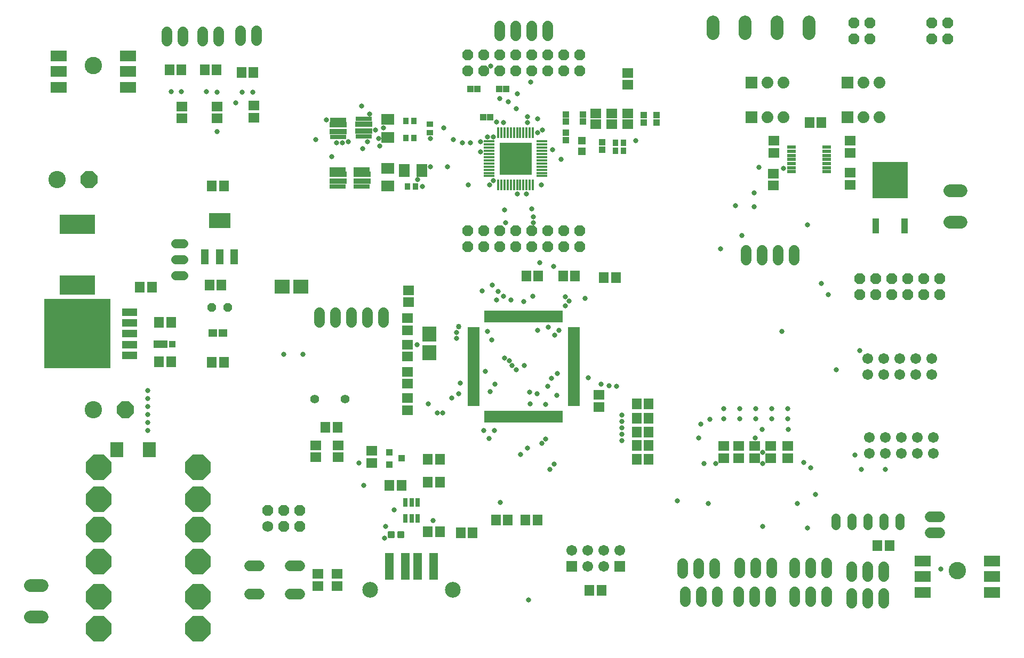
<source format=gbr>
G04 EAGLE Gerber RS-274X export*
G75*
%MOMM*%
%FSLAX34Y34*%
%LPD*%
%INSoldermask Top*%
%IPPOS*%
%AMOC8*
5,1,8,0,0,1.08239X$1,22.5*%
G01*
%ADD10R,1.703200X1.503200*%
%ADD11R,1.103200X1.053200*%
%ADD12R,1.053200X1.103200*%
%ADD13R,0.903200X1.103200*%
%ADD14R,1.503200X1.703200*%
%ADD15C,2.743200*%
%ADD16P,2.969212X8X22.500000*%
%ADD17R,1.203200X1.303200*%
%ADD18R,1.103200X0.903200*%
%ADD19P,1.869504X8X202.500000*%
%ADD20R,2.003200X2.403200*%
%ADD21R,2.203200X1.303200*%
%ADD22R,1.003200X1.003200*%
%ADD23C,1.703200*%
%ADD24C,1.727200*%
%ADD25P,4.343848X8X22.500000*%
%ADD26P,4.343848X8X202.500000*%
%ADD27C,1.993900*%
%ADD28R,1.653200X0.453200*%
%ADD29R,0.453200X1.653200*%
%ADD30R,5.203200X5.203200*%
%ADD31R,1.153200X2.353200*%
%ADD32R,3.453200X2.353200*%
%ADD33R,10.613200X11.003200*%
%ADD34R,2.362200X1.270000*%
%ADD35R,5.603200X3.103200*%
%ADD36R,2.403200X2.203200*%
%ADD37R,2.203200X2.403200*%
%ADD38P,1.539592X8X202.500000*%
%ADD39R,1.092200X2.387600*%
%ADD40R,5.664200X5.816600*%
%ADD41R,0.653200X0.723200*%
%ADD42R,2.723200X0.953200*%
%ADD43R,1.953200X0.723200*%
%ADD44R,1.103200X1.003200*%
%ADD45C,1.422400*%
%ADD46R,1.803200X2.006200*%
%ADD47R,2.006200X1.803200*%
%ADD48C,1.422400*%
%ADD49C,0.425956*%
%ADD50R,1.458200X1.309200*%
%ADD51C,1.727200*%
%ADD52P,1.869504X8X22.500000*%
%ADD53R,2.514600X1.803400*%
%ADD54C,2.755900*%
%ADD55C,1.703200*%
%ADD56R,1.703200X1.703200*%
%ADD57R,1.828200X0.483200*%
%ADD58R,0.483200X1.828200*%
%ADD59R,0.803200X1.353200*%
%ADD60R,1.358900X0.508000*%
%ADD61R,1.879600X1.879600*%
%ADD62C,1.879600*%
%ADD63R,1.323200X4.203200*%
%ADD64C,2.503200*%
%ADD65C,0.808000*%
%ADD66C,0.858000*%


D10*
X1028700Y791600D03*
X1028700Y808600D03*
D11*
X930910Y777960D03*
X930910Y766360D03*
X957580Y795570D03*
X957580Y807170D03*
X1054100Y794300D03*
X1054100Y805900D03*
D12*
X824780Y847090D03*
X836380Y847090D03*
X799380Y802640D03*
X810980Y802640D03*
X779060Y847090D03*
X790660Y847090D03*
D11*
X930910Y807170D03*
X930910Y795570D03*
D13*
X1009500Y762000D03*
X1022500Y762000D03*
D14*
X782930Y142240D03*
X763930Y142240D03*
D10*
X1003300Y791600D03*
X1003300Y808600D03*
D14*
X650900Y217170D03*
X669900Y217170D03*
D10*
X537210Y76810D03*
X537210Y57810D03*
D14*
X301650Y877570D03*
X320650Y877570D03*
X357530Y877570D03*
X376530Y877570D03*
X415950Y873760D03*
X434950Y873760D03*
X387960Y693420D03*
X368960Y693420D03*
X384150Y535940D03*
X365150Y535940D03*
X387960Y412750D03*
X368960Y412750D03*
D15*
X180340Y337820D03*
D16*
X231140Y337820D03*
D14*
X285140Y414020D03*
X304140Y414020D03*
D17*
X956310Y748420D03*
X956310Y765420D03*
D15*
X123190Y703580D03*
D16*
X173990Y703580D03*
D14*
X273660Y532130D03*
X254660Y532130D03*
X1317650Y793750D03*
X1336650Y793750D03*
X866800Y162560D03*
X885800Y162560D03*
X838810Y162560D03*
X819810Y162560D03*
D10*
X679450Y464210D03*
X679450Y483210D03*
X982980Y361290D03*
X982980Y342290D03*
D14*
X991260Y547370D03*
X1010260Y547370D03*
X887070Y549910D03*
X868070Y549910D03*
D10*
X680720Y508660D03*
X680720Y527660D03*
D11*
X988060Y762720D03*
X988060Y751120D03*
D10*
X679450Y422300D03*
X679450Y441300D03*
X568960Y262280D03*
X568960Y281280D03*
X533400Y262280D03*
X533400Y281280D03*
X977900Y791600D03*
X977900Y808600D03*
D11*
X1074420Y794300D03*
X1074420Y805900D03*
D18*
X715010Y778360D03*
X715010Y791360D03*
D14*
X1425600Y121920D03*
X1444600Y121920D03*
X968400Y50800D03*
X987400Y50800D03*
D19*
X1413510Y952500D03*
X1413510Y927100D03*
X1388110Y952500D03*
X1388110Y927100D03*
D20*
X218340Y274320D03*
X269340Y274320D03*
D21*
X287140Y441960D03*
D22*
X306140Y441960D03*
D23*
X1409700Y393700D03*
X1409700Y419100D03*
X1435100Y393700D03*
X1435100Y419100D03*
X1460500Y393700D03*
X1460500Y419100D03*
X1485900Y393700D03*
X1485900Y419100D03*
X1511300Y393700D03*
X1511300Y419100D03*
X1412240Y267970D03*
X1412240Y293370D03*
X1437640Y267970D03*
X1437640Y293370D03*
X1463040Y267970D03*
X1463040Y293370D03*
X1488440Y267970D03*
X1488440Y293370D03*
X1513840Y267970D03*
X1513840Y293370D03*
D19*
X1524000Y546100D03*
X1498600Y546100D03*
X1473200Y546100D03*
X1447800Y546100D03*
X1422400Y546100D03*
X1397000Y546100D03*
X1524000Y520700D03*
X1498600Y520700D03*
X1473200Y520700D03*
X1447800Y520700D03*
X1422400Y520700D03*
X1397000Y520700D03*
D24*
X1294130Y93980D02*
X1294130Y78740D01*
X1319530Y78740D02*
X1319530Y93980D01*
X1344930Y93980D02*
X1344930Y78740D01*
X1206500Y78740D02*
X1206500Y93980D01*
X1231900Y93980D02*
X1231900Y78740D01*
X1257300Y78740D02*
X1257300Y93980D01*
X1116330Y92710D02*
X1116330Y77470D01*
X1141730Y77470D02*
X1141730Y92710D01*
X1167130Y92710D02*
X1167130Y77470D01*
D25*
X189230Y40640D03*
X346710Y40640D03*
X346710Y-10160D03*
X189230Y-10160D03*
D26*
X346710Y96520D03*
X189230Y96520D03*
X189230Y147320D03*
X346710Y147320D03*
D25*
X189230Y246380D03*
X346710Y246380D03*
X346710Y195580D03*
X189230Y195580D03*
D19*
X1536700Y952500D03*
X1536700Y927100D03*
X1511300Y952500D03*
X1511300Y927100D03*
D27*
X1540447Y635400D02*
X1558354Y635400D01*
X1558354Y685400D02*
X1540447Y685400D01*
X1316990Y935927D02*
X1316990Y953834D01*
X1266190Y953834D02*
X1266190Y935927D01*
X1215390Y935927D02*
X1215390Y953834D01*
X1164590Y953834D02*
X1164590Y935927D01*
D28*
X809150Y764100D03*
X809150Y759100D03*
X809150Y754100D03*
X809150Y749100D03*
X809150Y744100D03*
X809150Y739100D03*
X809150Y734100D03*
X809150Y729100D03*
X809150Y724100D03*
X809150Y719100D03*
X809150Y714100D03*
X809150Y709100D03*
D29*
X823400Y694850D03*
X828400Y694850D03*
X833400Y694850D03*
X838400Y694850D03*
X843400Y694850D03*
X848400Y694850D03*
X853400Y694850D03*
X858400Y694850D03*
X863400Y694850D03*
X868400Y694850D03*
X873400Y694850D03*
X878400Y694850D03*
D28*
X892650Y709100D03*
X892650Y714100D03*
X892650Y719100D03*
X892650Y724100D03*
X892650Y729100D03*
X892650Y734100D03*
X892650Y739100D03*
X892650Y744100D03*
X892650Y749100D03*
X892650Y754100D03*
X892650Y759100D03*
X892650Y764100D03*
D29*
X878400Y778350D03*
X873400Y778350D03*
X868400Y778350D03*
X863400Y778350D03*
X858400Y778350D03*
X853400Y778350D03*
X848400Y778350D03*
X843400Y778350D03*
X838400Y778350D03*
X833400Y778350D03*
X828400Y778350D03*
X823400Y778350D03*
D30*
X850900Y736600D03*
D31*
X358000Y580600D03*
X381000Y580600D03*
X404000Y580600D03*
D32*
X381000Y638600D03*
D33*
X154940Y458470D03*
D34*
X238252Y424434D03*
X238252Y441452D03*
X238252Y458470D03*
X238252Y475488D03*
X238252Y492506D03*
D24*
X1508760Y167640D02*
X1524000Y167640D01*
X1524000Y142240D02*
X1508760Y142240D01*
D35*
X154940Y632700D03*
X154940Y535700D03*
D36*
X480300Y533400D03*
X510300Y533400D03*
D37*
X713740Y458230D03*
X713740Y428230D03*
D38*
X393700Y500380D03*
X368300Y500380D03*
D39*
X1422360Y629793D03*
X1468160Y629793D03*
D40*
X1445260Y703072D03*
D24*
X1384300Y45720D02*
X1384300Y30480D01*
X1409700Y30480D02*
X1409700Y45720D01*
X1435100Y45720D02*
X1435100Y30480D01*
D27*
X99124Y58020D02*
X81217Y58020D01*
X81217Y8020D02*
X99124Y8020D01*
D41*
X597310Y692220D03*
D42*
X607060Y711620D03*
X607060Y700620D03*
D43*
X610310Y692220D03*
X610310Y720020D03*
D41*
X597310Y720020D03*
X559210Y692220D03*
D42*
X568960Y711620D03*
X568960Y700620D03*
D43*
X572210Y692220D03*
X572210Y720020D03*
D41*
X559210Y720020D03*
X619350Y800030D03*
D42*
X609600Y780630D03*
X609600Y791630D03*
D43*
X606350Y800030D03*
X606350Y772230D03*
D41*
X619350Y772230D03*
X578710Y798760D03*
D42*
X568960Y779360D03*
X568960Y790360D03*
D43*
X565710Y798760D03*
X565710Y770960D03*
D41*
X578710Y770960D03*
D44*
X650400Y269850D03*
X650400Y250850D03*
X670400Y260350D03*
D45*
X580390Y354330D03*
X532130Y354330D03*
D46*
X674120Y717550D03*
X702560Y717550D03*
D47*
X647700Y799080D03*
X647700Y770640D03*
D10*
X622300Y272390D03*
X622300Y253390D03*
D14*
X730860Y259080D03*
X711860Y259080D03*
D10*
X567690Y57810D03*
X567690Y76810D03*
X321310Y800760D03*
X321310Y819760D03*
X377190Y800760D03*
X377190Y819760D03*
X435610Y802030D03*
X435610Y821030D03*
D14*
X285140Y476250D03*
X304140Y476250D03*
D48*
X311404Y601980D02*
X323596Y601980D01*
X323596Y551180D02*
X311404Y551180D01*
X311404Y576580D02*
X323596Y576580D01*
D10*
X679450Y398120D03*
X679450Y379120D03*
D47*
X647700Y693170D03*
X647700Y721610D03*
D10*
X1381760Y695350D03*
X1381760Y714350D03*
X1259840Y713080D03*
X1259840Y694080D03*
X1261110Y746150D03*
X1261110Y765150D03*
X1381760Y746150D03*
X1381760Y765150D03*
X679450Y356210D03*
X679450Y337210D03*
D14*
X549300Y309880D03*
X568300Y309880D03*
X1062330Y346710D03*
X1043330Y346710D03*
D10*
X1282700Y280010D03*
X1282700Y261010D03*
D14*
X1062330Y323850D03*
X1043330Y323850D03*
D10*
X1256030Y280010D03*
X1256030Y261010D03*
D13*
X1009500Y749300D03*
X1022500Y749300D03*
D14*
X1062330Y302260D03*
X1043330Y302260D03*
D10*
X1230630Y280010D03*
X1230630Y261010D03*
D14*
X1062330Y280670D03*
X1043330Y280670D03*
D10*
X1205230Y280010D03*
X1205230Y261010D03*
D14*
X1062330Y259080D03*
X1043330Y259080D03*
D10*
X1181100Y280010D03*
X1181100Y261010D03*
X1028700Y873100D03*
X1028700Y854100D03*
D14*
X926490Y549910D03*
X945490Y549910D03*
D13*
X676760Y796290D03*
X689760Y796290D03*
X679300Y692150D03*
X692300Y692150D03*
X689760Y769620D03*
X676760Y769620D03*
D14*
X730860Y222250D03*
X711860Y222250D03*
X730860Y143510D03*
X711860Y143510D03*
D49*
X671351Y143031D02*
X664689Y143031D01*
X671351Y143031D02*
X671351Y136369D01*
X664689Y136369D01*
X664689Y143031D01*
X664689Y140416D02*
X671351Y140416D01*
X656111Y143031D02*
X649449Y143031D01*
X656111Y143031D02*
X656111Y136369D01*
X649449Y136369D01*
X649449Y143031D01*
X649449Y140416D02*
X656111Y140416D01*
D50*
X370200Y459740D03*
X386720Y459740D03*
D24*
X493522Y89916D02*
X508762Y89916D01*
X508762Y44704D02*
X493522Y44704D01*
X443738Y89916D02*
X428498Y89916D01*
X428498Y44704D02*
X443738Y44704D01*
X1384300Y72390D02*
X1384300Y87630D01*
X1409700Y87630D02*
X1409700Y72390D01*
X1435100Y72390D02*
X1435100Y87630D01*
D48*
X1358900Y153924D02*
X1358900Y166116D01*
X1384300Y166116D02*
X1384300Y153924D01*
X1409700Y153924D02*
X1409700Y166116D01*
X1435100Y166116D02*
X1435100Y153924D01*
X1460500Y153924D02*
X1460500Y166116D01*
D24*
X1216660Y575310D02*
X1216660Y590550D01*
X1242060Y590550D02*
X1242060Y575310D01*
X1267460Y575310D02*
X1267460Y590550D01*
X1292860Y590550D02*
X1292860Y575310D01*
D51*
X457200Y152400D03*
D52*
X482600Y152400D03*
X508000Y152400D03*
X457200Y177800D03*
X482600Y177800D03*
X508000Y177800D03*
D19*
X952500Y622300D03*
X927100Y622300D03*
X901700Y622300D03*
X876300Y622300D03*
X850900Y622300D03*
X825500Y622300D03*
X952500Y596900D03*
X927100Y596900D03*
X901700Y596900D03*
X876300Y596900D03*
X850900Y596900D03*
X825500Y596900D03*
X800100Y622300D03*
X774700Y622300D03*
X800100Y596900D03*
X774700Y596900D03*
D52*
X774700Y876300D03*
X800100Y876300D03*
X825500Y876300D03*
X850900Y876300D03*
X876300Y876300D03*
X901700Y876300D03*
X774700Y901700D03*
X800100Y901700D03*
X825500Y901700D03*
X850900Y901700D03*
X876300Y901700D03*
X901700Y901700D03*
X927100Y876300D03*
X952500Y876300D03*
X927100Y901700D03*
X952500Y901700D03*
D24*
X901700Y932180D02*
X901700Y947420D01*
X876300Y947420D02*
X876300Y932180D01*
X850900Y932180D02*
X850900Y947420D01*
X825500Y947420D02*
X825500Y932180D01*
D53*
X235340Y850030D03*
X235340Y875030D03*
X235340Y900030D03*
X125340Y900030D03*
X125340Y875030D03*
X125340Y850030D03*
D54*
X180340Y884936D03*
D53*
X1606940Y47390D03*
X1606940Y72390D03*
X1606940Y97390D03*
X1496940Y97390D03*
X1496940Y72390D03*
X1496940Y47390D03*
D54*
X1551940Y82296D03*
D55*
X322580Y923410D02*
X322580Y938410D01*
X297180Y938410D02*
X297180Y923410D01*
X379730Y923410D02*
X379730Y938410D01*
X354330Y938410D02*
X354330Y923410D01*
X439420Y924680D02*
X439420Y939680D01*
X414020Y939680D02*
X414020Y924680D01*
D56*
X1016000Y88900D03*
D23*
X990600Y88900D03*
X965200Y88900D03*
X965200Y114300D03*
X990600Y114300D03*
X1016000Y114300D03*
X939800Y114300D03*
D56*
X939800Y88900D03*
D57*
X783975Y466400D03*
X783975Y461400D03*
X783975Y456400D03*
X783975Y451400D03*
X783975Y446400D03*
X783975Y441400D03*
X783975Y436400D03*
X783975Y431400D03*
X783975Y426400D03*
X783975Y421400D03*
X783975Y416400D03*
X783975Y411400D03*
X783975Y406400D03*
X783975Y401400D03*
X783975Y396400D03*
X783975Y391400D03*
X783975Y386400D03*
X783975Y381400D03*
X783975Y376400D03*
X783975Y371400D03*
X783975Y366400D03*
X783975Y361400D03*
X783975Y356400D03*
X783975Y351400D03*
X783975Y346400D03*
D58*
X803600Y326775D03*
X808600Y326775D03*
X813600Y326775D03*
X818600Y326775D03*
X823600Y326775D03*
X828600Y326775D03*
X833600Y326775D03*
X838600Y326775D03*
X843600Y326775D03*
X848600Y326775D03*
X853600Y326775D03*
X858600Y326775D03*
X863600Y326775D03*
X868600Y326775D03*
X873600Y326775D03*
X878600Y326775D03*
X883600Y326775D03*
X888600Y326775D03*
X893600Y326775D03*
X898600Y326775D03*
X903600Y326775D03*
X908600Y326775D03*
X913600Y326775D03*
X918600Y326775D03*
X923600Y326775D03*
D57*
X943225Y346400D03*
X943225Y351400D03*
X943225Y356400D03*
X943225Y361400D03*
X943225Y366400D03*
X943225Y371400D03*
X943225Y376400D03*
X943225Y381400D03*
X943225Y386400D03*
X943225Y391400D03*
X943225Y396400D03*
X943225Y401400D03*
X943225Y406400D03*
X943225Y411400D03*
X943225Y416400D03*
X943225Y421400D03*
X943225Y426400D03*
X943225Y431400D03*
X943225Y436400D03*
X943225Y441400D03*
X943225Y446400D03*
X943225Y451400D03*
X943225Y456400D03*
X943225Y461400D03*
X943225Y466400D03*
D58*
X923600Y486025D03*
X918600Y486025D03*
X913600Y486025D03*
X908600Y486025D03*
X903600Y486025D03*
X898600Y486025D03*
X893600Y486025D03*
X888600Y486025D03*
X883600Y486025D03*
X878600Y486025D03*
X873600Y486025D03*
X868600Y486025D03*
X863600Y486025D03*
X858600Y486025D03*
X853600Y486025D03*
X848600Y486025D03*
X843600Y486025D03*
X838600Y486025D03*
X833600Y486025D03*
X828600Y486025D03*
X823600Y486025D03*
X818600Y486025D03*
X813600Y486025D03*
X808600Y486025D03*
X803600Y486025D03*
D59*
X695300Y190800D03*
X685800Y190800D03*
X676300Y190800D03*
X676300Y164800D03*
X685800Y164800D03*
X695300Y164800D03*
D60*
X1289241Y754830D03*
X1289241Y748330D03*
X1289241Y741830D03*
X1289241Y735330D03*
X1289241Y728830D03*
X1289241Y722330D03*
X1289241Y715830D03*
X1344740Y715830D03*
X1344740Y722330D03*
X1344740Y728830D03*
X1344740Y735330D03*
X1344740Y741830D03*
X1344740Y748330D03*
X1344740Y754830D03*
D61*
X1225550Y802640D03*
D62*
X1250950Y802640D03*
X1276350Y802640D03*
D61*
X1225550Y857250D03*
D62*
X1250950Y857250D03*
X1276350Y857250D03*
D61*
X1377950Y857250D03*
D62*
X1403350Y857250D03*
X1428750Y857250D03*
D61*
X1377950Y802640D03*
D62*
X1403350Y802640D03*
X1428750Y802640D03*
D63*
X675800Y89200D03*
X695800Y89200D03*
X650800Y89200D03*
X720800Y89200D03*
D64*
X620100Y52000D03*
X751500Y52000D03*
D24*
X1294130Y48260D02*
X1294130Y33020D01*
X1319530Y33020D02*
X1319530Y48260D01*
X1344930Y48260D02*
X1344930Y33020D01*
X1205230Y33020D02*
X1205230Y48260D01*
X1230630Y48260D02*
X1230630Y33020D01*
X1256030Y33020D02*
X1256030Y48260D01*
X1120140Y48260D02*
X1120140Y33020D01*
X1145540Y33020D02*
X1145540Y48260D01*
X1170940Y48260D02*
X1170940Y33020D01*
X539750Y476250D02*
X539750Y491490D01*
X565150Y491490D02*
X565150Y476250D01*
X590550Y476250D02*
X590550Y491490D01*
X615950Y491490D02*
X615950Y476250D01*
X641350Y476250D02*
X641350Y491490D01*
D65*
X817880Y378460D03*
X810260Y366162D03*
X833476Y420014D03*
X1397000Y431800D03*
X1360170Y401320D03*
X840740Y415290D03*
X845185Y408305D03*
X852170Y401320D03*
X864870Y407908D03*
X1389380Y265430D03*
X858520Y266700D03*
X404000Y580600D03*
X1314450Y631190D03*
X1525905Y84455D03*
X986790Y378460D03*
X999490Y375920D03*
X800100Y304800D03*
X1010920Y374650D03*
X1437640Y242570D03*
X1399540Y242808D03*
X808990Y292100D03*
X966470Y388620D03*
X735330Y332740D03*
X726440Y332740D03*
X644525Y152400D03*
X694690Y440690D03*
X812800Y448310D03*
X885938Y463550D03*
X820618Y511810D03*
X913130Y455930D03*
X680720Y508660D03*
X1381760Y765150D03*
X1282700Y339730D03*
X370200Y459740D03*
X368960Y412750D03*
X1257300Y339730D03*
X1231900Y339730D03*
X1206500Y339730D03*
X1181100Y339730D03*
X1284224Y306832D03*
X1319530Y245110D03*
X905510Y242570D03*
X1308100Y254000D03*
X911860Y251460D03*
X1336040Y538480D03*
X814070Y535940D03*
X1347470Y520700D03*
X822960Y525780D03*
X892810Y284480D03*
X901700Y374650D03*
X658368Y178816D03*
X609600Y217424D03*
X720090Y161290D03*
X826894Y190500D03*
X916940Y394970D03*
X712470Y346710D03*
X304160Y843280D03*
X417190Y842010D03*
X360040Y843280D03*
X713740Y428230D03*
X802640Y398780D03*
X406400Y825500D03*
X679450Y422300D03*
X513080Y425450D03*
X377190Y779780D03*
X320650Y800100D03*
X320680Y843280D03*
X377190Y842010D03*
X433710Y842010D03*
X266700Y368300D03*
X266700Y355600D03*
X266700Y342900D03*
X266700Y330200D03*
X266700Y317500D03*
X266700Y304800D03*
X482840Y425450D03*
X386720Y459740D03*
X388620Y411480D03*
X601980Y252730D03*
X1107440Y193040D03*
X642938Y133350D03*
X1298575Y188913D03*
X1327150Y203200D03*
X1157288Y188913D03*
X1236980Y722630D03*
X1276350Y721360D03*
X1200150Y661670D03*
X1261110Y746150D03*
X1210310Y614680D03*
X1259840Y713080D03*
X1229360Y681990D03*
X1381760Y746150D03*
X1229360Y660400D03*
X1381760Y695350D03*
X763270Y380008D03*
X831850Y518160D03*
X680720Y527660D03*
X679450Y379120D03*
X916305Y360363D03*
X908050Y387350D03*
X878205Y518160D03*
X903288Y469265D03*
X873443Y365760D03*
X817563Y304800D03*
X760730Y363220D03*
X749300Y356588D03*
X1282700Y323210D03*
X1314450Y150178D03*
X1257300Y323210D03*
X1243584Y152400D03*
X1243584Y251968D03*
X1243584Y270256D03*
X1231392Y292608D03*
X1150112Y251968D03*
X1231900Y323210D03*
X1242060Y306070D03*
X1205230Y280010D03*
X1168400Y251968D03*
X1206500Y323210D03*
X1144806Y315059D03*
X1141730Y292636D03*
X1273810Y462280D03*
X919480Y463550D03*
X871220Y35560D03*
X1019810Y288290D03*
X869992Y276860D03*
X1181100Y323210D03*
X1159510Y322933D03*
X1181100Y280010D03*
X1019810Y328930D03*
X898600Y346000D03*
X1019810Y319166D03*
X898282Y290830D03*
X1019810Y308808D03*
X885190Y363220D03*
X1019810Y298450D03*
X873760Y346710D03*
X911225Y565150D03*
X1176020Y593090D03*
X889000Y571500D03*
X863600Y509270D03*
X843280Y511810D03*
X806133Y461963D03*
X961390Y514350D03*
X929640Y517088D03*
X929640Y502920D03*
X935990Y510540D03*
X766763Y762000D03*
X779463Y762000D03*
X1041400Y765175D03*
X815975Y771525D03*
X879475Y644525D03*
X879475Y635000D03*
X809625Y695325D03*
X876300Y657225D03*
X892175Y695325D03*
X835025Y635000D03*
X833438Y655638D03*
X874713Y858838D03*
X606425Y820738D03*
X566738Y762000D03*
X628650Y782638D03*
X885825Y800100D03*
X635000Y757238D03*
X615950Y763588D03*
X811213Y884238D03*
X576263Y762000D03*
X825500Y831850D03*
X608013Y752475D03*
X885825Y777875D03*
X854075Y839788D03*
X585788Y763588D03*
X893763Y782638D03*
X736600Y785813D03*
X820738Y795338D03*
X633413Y768350D03*
X831850Y793750D03*
X742950Y723900D03*
X715963Y723900D03*
X703263Y692150D03*
X776288Y695325D03*
X806450Y771525D03*
X795338Y763588D03*
X839788Y827088D03*
X852488Y815975D03*
X558800Y740093D03*
X533400Y766763D03*
X619125Y808038D03*
X869950Y793750D03*
X641350Y785813D03*
X869950Y803275D03*
X715963Y768350D03*
X752475Y766763D03*
X868363Y681038D03*
X854075Y681038D03*
X815975Y701675D03*
X923290Y735965D03*
X695325Y703263D03*
X795338Y747713D03*
X909638Y750888D03*
X550863Y798513D03*
X797878Y526733D03*
D66*
X760730Y469900D03*
D65*
X757238Y460375D03*
X757238Y450850D03*
M02*

</source>
